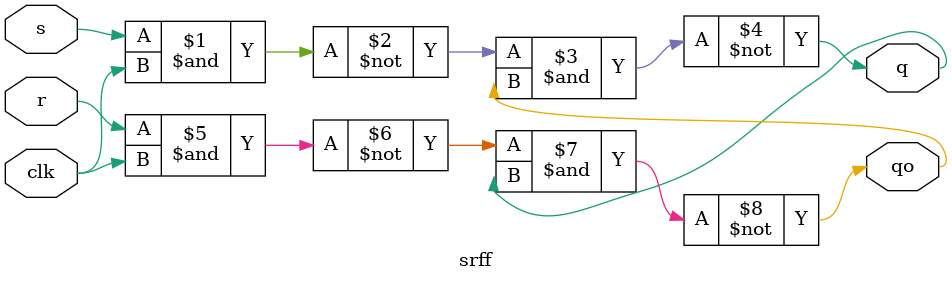
<source format=sv>
module srff(s,r,clk,q,qo);
  input s,r,clk;
  output q,qo;
  assign q = ~(~(s&clk)&qo);
  assign qo = ~(~(r&clk)&q);
endmodule

</source>
